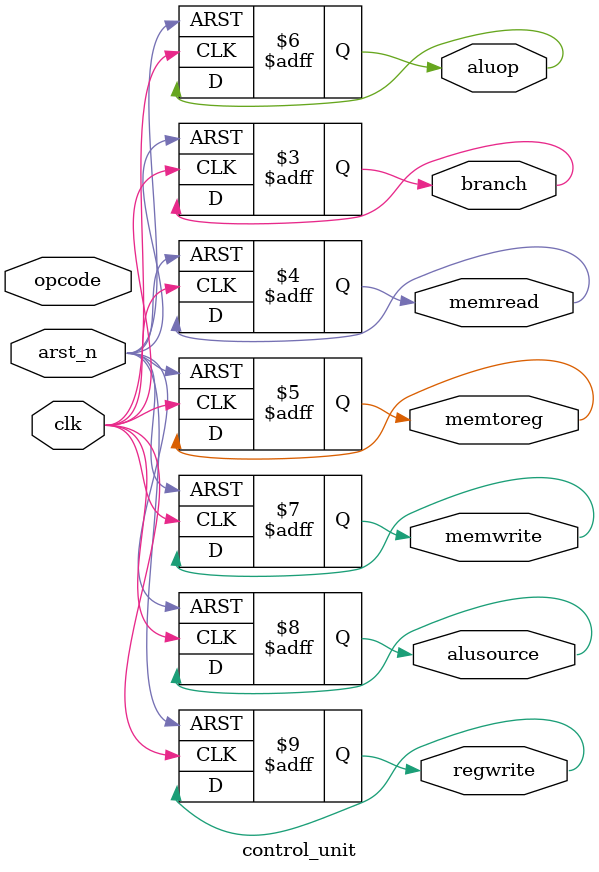
<source format=sv>
`timescale 1ns / 1ps

// TEST REPO
module control_unit(
	input logic clk,
	input logic arst_n,
	input logic [6:0] opcode,
	output logic branch,
	output logic memread,
	output logic memtoreg,
	output logic aluop,
	output logic memwrite,
	output logic alusource,
	output logic regwrite
);
	//Define te instructions 
	localparam R_TYPE  = 7'b011_0011;  // Arithmetic and logical operations
	localparam I_LOAD  = 7'b000_0011;  // Load data from memory
	localparam I_TYPE  = 7'b001_0011;  // Immediate value operations
	localparam S_TYPE  = 7'b010_0011;  // Store data in memory
	localparam B_TYPE  = 7'b110_0011;  // Conditional branches
	localparam JAL     = 7'b110_1111;  // Unconditional jump and link
	localparam JALR    = 7'b110_0111;  // Jump to register location
	localparam LUI     = 7'b011_0111;  // Load upper immediate
	localparam AUIPC   = 7'b001_0111;  // Add upper immediate to PC
    
	always_ff @(posedge clk, negedge arst_n) begin 
    if(!arst_n) begin 
      branch <= '0;
      memread <= '0; 
      memtoreg <= '0;
      aluop <= '0;
      memwrite <= '0;
      alusource <= '0;
      regwrite <= '0;
    end else begin 
      case (opcode)
      	//logic  
   		endcase
    end
	end

endmodule

</source>
